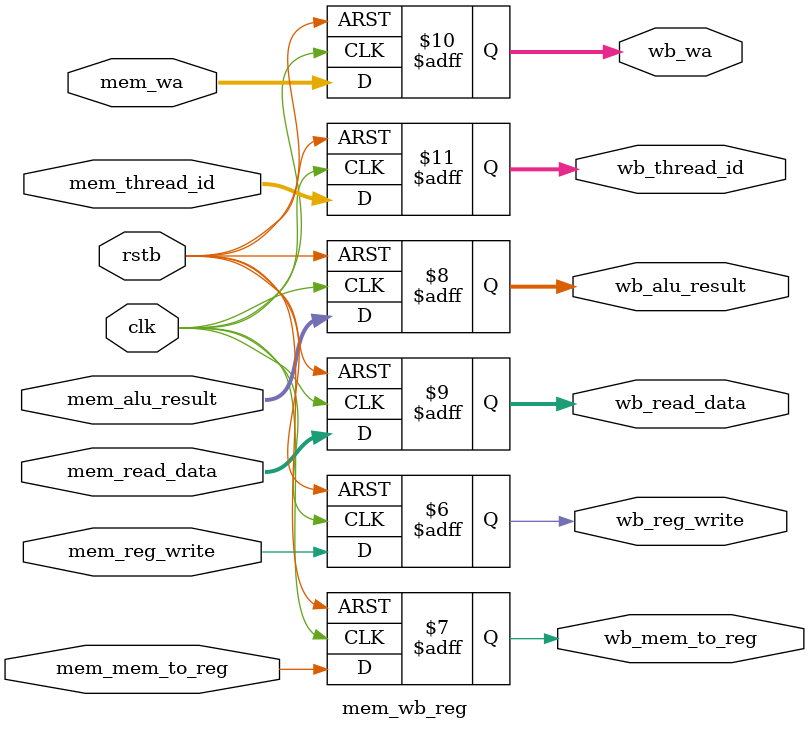
<source format=v>
`timescale 1 ns / 100 ps
module pc(clk, rstb, wen, thread_id, next_pc, current_pc);
    input clk;
    input rstb;
    input wen;              
    input [1:0] thread_id;
    input [8:0] next_pc;
    output reg [8:0] current_pc;

    reg [8:0] pc_regs [3:0]; 
    always @(*) begin
        current_pc = pc_regs[thread_id];
    end

    integer i;
    always @(posedge clk or negedge rstb) begin
        if (!rstb) begin
            for (i = 0; i < 4; i = i + 1)
                pc_regs[i] <= 9'b0;
        end 
        else if (wen) begin
            pc_regs[thread_id] <= next_pc;
        end
    end
endmodule

`timescale 1 ns / 100 ps
module imem_bram (clk, addr, inst);
    input  wire        clk;
    input  wire [8:0]  addr;
    output reg  [31:0] inst;

    reg [31:0] rom_array [0:511];

    initial begin
        $readmemh("machine_code.hex", rom_array);
    end

    always @(posedge clk) begin
        inst <= rom_array[addr];
    end
endmodule

`timescale 1 ns / 100 ps
module if_id_reg (clk, rstb, en, flush, if_pc, if_instr, if_thread_id, id_pc, id_instr, id_thread_id);
    input  wire        clk;
    input  wire        rstb;
    input  wire        en;  
    input  wire        flush;  

    input  wire [8:0]  if_pc;         
    input  wire [31:0] if_instr;      
    input  wire [1:0]  if_thread_id;  

    output reg  [8:0]  id_pc;
    output reg  [31:0] id_instr;
    output reg  [1:0]  id_thread_id;

    localparam ARM_NOP = 32'hE1A00000;

    always @(posedge clk or negedge rstb) begin
        if (!rstb) begin
            id_pc        <= 9'b0;
            id_instr     <= ARM_NOP; 
            id_thread_id <= 2'b0;
        end 
        else if (flush) begin
            id_pc        <= 9'b0;
            id_instr     <= ARM_NOP;
            id_thread_id <= 2'b0; 
        end 
        else if (en) begin
            id_pc        <= if_pc;
            id_instr     <= if_instr;
            id_thread_id <= if_thread_id;
        end
    end
endmodule

`timescale 1 ns / 100 ps
module id_ex_reg (clk, rstb, en, flush,id_alu_src, id_alu_ctrl,id_mem_read, id_mem_write,id_reg_write, id_mem_to_reg,
id_branch, id_cond,id_pc, id_instr,id_r1data, id_r2data,id_imm_out, id_wa,id_thread_id,
ex_alu_src, ex_alu_ctrl,ex_mem_read, ex_mem_write,ex_reg_write, ex_mem_to_reg, ex_branch, ex_cond,
ex_pc, ex_instr,ex_r1data, ex_r2data,ex_imm_out, ex_wa,ex_thread_id
);
    input  wire        clk;
    input  wire        rstb;
    input  wire        en;
    input  wire        flush;

    input  wire        id_alu_src;
    input  wire [3:0]  id_alu_ctrl;
    input  wire        id_mem_read;
    input  wire        id_mem_write;
    input  wire        id_reg_write;
    input  wire        id_mem_to_reg;
    input  wire        id_branch;
    input  wire [3:0]  id_cond;
    
    input  wire [8:0]  id_pc;
    input  wire [31:0] id_instr;
    input  wire [31:0] id_r1data;
    input  wire [31:0] id_r2data;
    input  wire [31:0] id_imm_out;
    input  wire [3:0]  id_wa;         
    input  wire [1:0]  id_thread_id;

    output reg         ex_alu_src;
    output reg  [3:0]  ex_alu_ctrl;
    output reg         ex_mem_read;
    output reg         ex_mem_write;
    output reg         ex_reg_write;
    output reg         ex_mem_to_reg;
    output reg         ex_branch;
    output reg  [3:0]  ex_cond;

    output reg  [8:0]  ex_pc;
    output reg  [31:0] ex_instr;
    output reg  [31:0] ex_r1data;
    output reg  [31:0] ex_r2data;
    output reg  [31:0] ex_imm_out;
    output reg  [3:0]  ex_wa;
    output reg  [1:0]  ex_thread_id;

    always @(posedge clk or negedge rstb) begin
        if (!rstb || flush) begin
            ex_mem_read   <= 0;
            ex_mem_write  <= 0;
            ex_reg_write  <= 0;
            ex_branch     <= 0;
            ex_thread_id  <= 2'b0;
            ex_alu_ctrl   <= 4'b0;
            ex_alu_src    <= 0;
            ex_mem_to_reg <= 0;
            ex_cond       <= 4'b1110; 
            ex_instr      <= 32'hE1A00000; 
        end 
        else if (en) begin
            ex_alu_src    <= id_alu_src;
            ex_alu_ctrl   <= id_alu_ctrl;
            ex_mem_read   <= id_mem_read;
            ex_mem_write  <= id_mem_write;
            ex_reg_write  <= id_reg_write;
            ex_mem_to_reg <= id_mem_to_reg;
            ex_branch     <= id_branch;
            ex_cond       <= id_cond;

            ex_pc         <= id_pc;
            ex_instr      <= id_instr;
            ex_r1data     <= id_r1data;
            ex_r2data     <= id_r2data;
            ex_imm_out    <= id_imm_out;
            ex_wa         <= id_wa;
            ex_thread_id  <= id_thread_id;
        end
    end
endmodule

`timescale 1 ns / 100 ps
module register_file (rg1, rg2, wd, wa, wen, w_thread,thread, r1data, r2data, clk, rst);
    input wire clk, rst, wen;
    input wire [1:0] thread, w_thread;
    input wire [3:0] rg1, rg2, wa;
    input wire [31:0] wd;
    output wire [31:0] r1data, r2data;

    reg [31:0] regfile [0:63];
    wire [5:0] r1, r2, w1;
    assign r1 = {thread, rg1};
    assign r2 = {thread, rg2};
    assign w1 = {w_thread, wa};

    assign r1data = (wen && (w1 == r1)) ? wd : regfile[r1];
    assign r2data = (wen && (w1 == r2)) ? wd : regfile[r2];

    integer i;
    initial begin
        for (i = 0; i < 64; i = i + 1)
            regfile[i] = 32'b0;
    end

    always @(posedge clk) begin
       if(wen)begin
            regfile[w1] <= wd;
    end
    end
endmodule 

`timescale 1 ns / 100 ps 
module control_unit (instr, alu_src, alu_ctrl, imm_src, mem_read, mem_write, reg_write, mem_to_reg, branch, cond);
    input  wire [31:0] instr;

    output reg         alu_src;
    output reg [3:0]   alu_ctrl;
    output reg [1:0]   imm_src;

    output reg         mem_read;
    output reg         mem_write;

    output reg         reg_write;
    output reg         mem_to_reg;

    output reg         branch;
    output reg [3:0]   cond;

    wire [3:0] cond_field = instr[31:28];
    wire [2:0] op_high    = instr[27:25];  
    wire [1:0] op_mid     = instr[27:26];  

    wire       I_bit      = instr[25];     
    wire [3:0] opcode     = instr[24:21];  
    wire       S_bit      = instr[20];     

    wire       L_bit      = instr[20];     
    wire       U_bit      = instr[23];     

    wire       link_bit   = instr[24];     

    always @(*) begin
        alu_src    = 0;
        alu_ctrl   = 4'b0000;
        imm_src    = 2'b00;
        mem_read   = 0;
        mem_write  = 0;
        reg_write  = 0;
        mem_to_reg = 0;
        branch     = 0;
        cond       = cond_field;

        if (op_high == 3'b101) begin
            branch  = 1;
            imm_src = 2'b10;   

            if (link_bit)
                reg_write = 1; 
        end
        else if (op_mid == 2'b01) begin
            alu_src = ~I_bit;   
            imm_src = 2'b01;    

            if (U_bit)
                alu_ctrl = 4'b0000;  
            else
                alu_ctrl = 4'b0001;  

            if (L_bit) begin
                mem_read   = 1;
                mem_to_reg = 1;
                reg_write  = 1;
            end
            else begin
                mem_write = 1;
            end
        end
        else if (op_mid == 2'b00) begin
            if (instr[27:4] == 24'b000100101111111111110001) begin
                branch = 1;
            end
            else begin
                alu_src = I_bit;   
                imm_src = 2'b00;   

                case (opcode)
                    4'b0100: begin 
                        alu_ctrl  = 4'b0000;
                        reg_write = 1;
                    end
                    4'b0010: begin 
                        alu_ctrl  = 4'b0001;
                        reg_write = 1;
                    end
                    4'b1010: begin 
                        alu_ctrl  = 4'b0001;
                        reg_write = 0;   
                    end
                    4'b1101: begin 
                        alu_ctrl  = 4'b0010; 
                        reg_write = 1;
                    end
                    default: begin
                        reg_write = 0;
                    end
                endcase
            end
        end
    end
endmodule

`timescale 1 ns / 100 ps
module alu (A, B, alu_ctrl, result, flags);
    input  wire [31:0] A;
    input  wire [31:0] B;
    input  wire [3:0]  alu_ctrl;
    output reg  [31:0] result;
    output reg  [3:0]  flags;

    reg carry_out;
    reg overflow;

    always @(*) begin
        carry_out = 0;
        overflow  = 0;

        case (alu_ctrl)
            4'b0000: begin
                {carry_out, result} = A + B;
                overflow = (A[31] == B[31]) &&
                           (result[31] != A[31]);
            end
            4'b0001: begin
                {carry_out, result} = A - B;
                overflow = (A[31] != B[31]) &&
                           (result[31] != A[31]);
            end
            4'b0010: begin
                result = B;
            end
            4'b0011: begin
                result = A & B;
            end
            4'b0100: begin
                result = A | B;
            end
            4'b0101: begin
                result = A ^ B;
            end
            default: begin
                result = 32'b0;
            end
        endcase

        flags[3] = result[31];           
        flags[2] = (result == 32'b0);    
        flags[1] = carry_out;            
        flags[0] = overflow;             
    end
endmodule

`timescale 1 ns / 100 ps
module condition_check (cond, flags, pass);
    input  wire [3:0] cond;
    input  wire [3:0] flags;
    output reg        pass;

    wire N = flags[3];
    wire Z = flags[2];
    wire C = flags[1];
    wire V = flags[0];

    always @(*) begin
        case (cond)
            4'b0000: pass =  Z;                 
            4'b0001: pass = ~Z;                 
            4'b0010: pass =  C;                 
            4'b0011: pass = ~C;                 
            4'b0100: pass =  N;                 
            4'b0101: pass = ~N;                 
            4'b0110: pass =  V;                 
            4'b0111: pass = ~V;                 
            4'b1000: pass =  C & ~Z;            
            4'b1001: pass = ~C |  Z;            
            4'b1010: pass = (N == V);           
            4'b1011: pass = (N != V);           
            4'b1100: pass = ~Z & (N == V);      
            4'b1101: pass =  Z | (N != V);      
            4'b1110: pass = 1'b1;               
            default: pass = 1'b0;               
        endcase
    end
endmodule

`timescale 1 ns / 100 ps
module imm_gen (instr, imm_src, imm_out);
    input  wire [31:0] instr;
    input  wire [1:0]  imm_src;
    output reg  [31:0] imm_out;

    wire [11:0] imm12  = instr[11:0];
    wire [23:0] imm24  = instr[23:0];
    wire [7:0]  imm8   = instr[7:0];
    wire [3:0]  rotate = instr[11:8];

    always @(*) begin
        case (imm_src)
            2'b00: begin
                imm_out = {24'b0, imm8} >> (rotate * 2) |
                          {24'b0, imm8} << (32 - (rotate * 2));
            end
            2'b01: begin
                imm_out = {20'b0, imm12};
            end
            2'b10: begin
                imm_out = {{6{imm24[23]}}, imm24, 2'b00};
            end
            default: begin
                imm_out = 32'b0;
            end
        endcase
    end
endmodule

`timescale 1 ns / 100 ps
module cpsr_array (clk, rstb, thread_id, update_en, alu_flags, curr_flags);
    input  wire       clk;
    input  wire       rstb;
    input  wire [1:0] thread_id;  
    input  wire       update_en;  
    input  wire [3:0] alu_flags;  
    output wire [3:0] curr_flags;  

    reg [3:0] cpsr_regs [0:3];
    integer i;

    assign curr_flags = cpsr_regs[thread_id];

    always @(posedge clk or negedge rstb) begin
        if (!rstb) begin
            for (i = 0; i < 4; i = i + 1)
                cpsr_regs[i] <= 4'b0000;
        end 
        else if (update_en) begin
            cpsr_regs[thread_id] <= alu_flags;
        end
    end
endmodule

`timescale 1 ns / 100 ps
module data_memory (
    input  wire        clk,
    input  wire        mem_read,
    input  wire        mem_write,
    input  wire [31:0] addr,       
    input  wire [31:0] write_data, 
    output reg  [31:0] read_data   
);

    reg [31:0] dmem [0:255];
    wire [7:0] word_addr = addr[9:2];

    initial begin
        $readmemh("data_init.hex", dmem);
    end

    always @(posedge clk) begin
        if (mem_write) begin
            dmem[word_addr] <= write_data;
        end
        
        if (mem_read) begin
            read_data <= dmem[word_addr];
        end else begin
            read_data <= 32'b0; 
        end
    end
endmodule

`timescale 1 ns / 100 ps
module ex_mem_reg (
    input  wire        clk,
    input  wire        rstb,
    
    input  wire        ex_mem_read,
    input  wire        ex_mem_write,
    input  wire        ex_reg_write,
    input  wire        ex_mem_to_reg,
    
    input  wire [31:0] ex_alu_result, 
    input  wire [31:0] ex_r2data,     
    input  wire [3:0]  ex_wa,         
    input  wire [1:0]  ex_thread_id,  
    
    output reg         mem_mem_read,
    output reg         mem_mem_write,
    output reg         mem_reg_write,
    output reg         mem_mem_to_reg,
    
    output reg  [31:0] mem_alu_result,
    output reg  [31:0] mem_write_data,
    output reg  [3:0]  mem_wa,
    output reg  [1:0]  mem_thread_id
);

    always @(posedge clk or negedge rstb) begin
        if (!rstb) begin
            mem_mem_read   <= 0;
            mem_mem_write  <= 0;
            mem_reg_write  <= 0;
            mem_mem_to_reg <= 0;
            mem_alu_result <= 32'b0;
            mem_write_data <= 32'b0;
            mem_wa         <= 4'b0;
            mem_thread_id  <= 2'b0;
        end else begin
            mem_mem_read   <= ex_mem_read;
            mem_mem_write  <= ex_mem_write;
            mem_reg_write  <= ex_reg_write;
            mem_mem_to_reg <= ex_mem_to_reg;
            
            mem_alu_result <= ex_alu_result;
            mem_write_data <= ex_r2data; 
            mem_wa         <= ex_wa;
            mem_thread_id  <= ex_thread_id;
        end
    end
endmodule

`timescale 1 ns / 100 ps
module mem_wb_reg (
    input  wire        clk,
    input  wire        rstb,
    
    input  wire        mem_reg_write,
    input  wire        mem_mem_to_reg,
    
    input  wire [31:0] mem_alu_result, 
    input  wire [31:0] mem_read_data,  
    input  wire [3:0]  mem_wa,         
    input  wire [1:0]  mem_thread_id,  
    
    output reg         wb_reg_write,
    output reg         wb_mem_to_reg,
    
    output reg  [31:0] wb_alu_result,
    output reg  [31:0] wb_read_data,
    output reg  [3:0]  wb_wa,
    output reg  [1:0]  wb_thread_id
);

    always @(posedge clk or negedge rstb) begin
        if (!rstb) begin
            wb_reg_write  <= 0;
            wb_mem_to_reg <= 0;
            wb_alu_result <= 32'b0;
            wb_read_data  <= 32'b0;
            wb_wa         <= 4'b0;
            wb_thread_id  <= 2'b0;
        end else begin
            wb_reg_write  <= mem_reg_write;
            wb_mem_to_reg <= mem_mem_to_reg;
            wb_alu_result <= mem_alu_result;
            wb_read_data  <= mem_read_data;
            wb_wa         <= mem_wa;
            wb_thread_id  <= mem_thread_id;
        end
    end
endmodule
</source>
